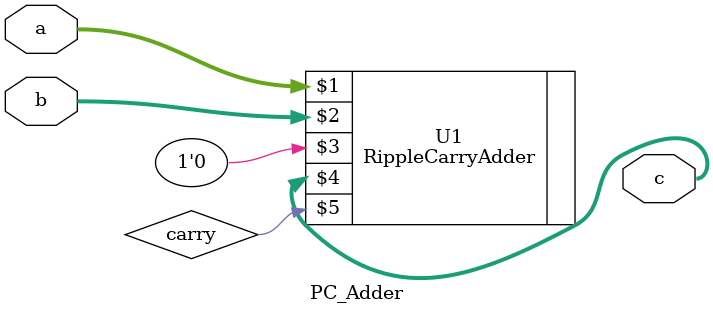
<source format=v>
module PC_Adder (a,b,c);

    input [63:0]a,b;
    output [63:0]c;

    wire carry; 
    RippleCarryAdder U1(a,b,1'b0,c, carry);
    
endmodule
</source>
